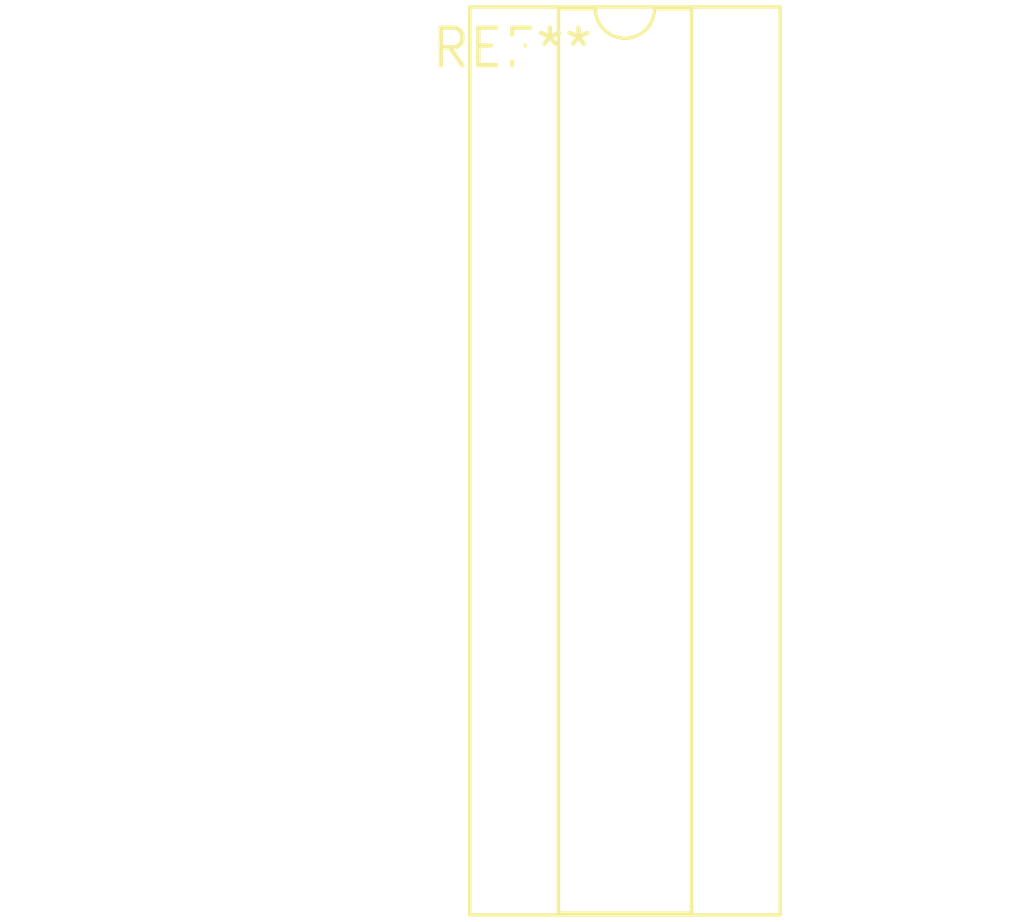
<source format=kicad_pcb>
(kicad_pcb (version 20240108) (generator pcbnew)
  (layers (0 "F.Cu" signal) (31 "B.Cu" signal) (34 "B.Paste" user) (35 "F.Paste" user) (36 "B.SilkS" user "B.Silkscreen") (37 "F.SilkS" user "F.Silkscreen") (38 "B.Mask" user) (39 "F.Mask" user) (44 "Edge.Cuts" user))
  (net 0 "")
  (footprint "DIP-24_W7.62mm_Socket_LongPads" (layer "F.Cu") (at 0 0)
    (property "Reference" "REF**")
    (property "Value" "DIP-24_W7.62mm_Socket_LongPads")
    (fp_line (start -1.44 -1.39) (end -1.44 29.33) (layer "F.SilkS") (stroke (width 0.12)))
    (fp_line (start -1.44 29.33) (end 9.06 29.33) (layer "F.SilkS") (stroke (width 0.12)))
    (fp_line (start 1.56 -1.33) (end 1.56 29.27) (layer "F.SilkS") (stroke (width 0.12)))
    (fp_line (start 1.56 29.27) (end 6.06 29.27) (layer "F.SilkS") (stroke (width 0.12)))
    (fp_line (start 2.81 -1.33) (end 1.56 -1.33) (layer "F.SilkS") (stroke (width 0.12)))
    (fp_line (start 6.06 -1.33) (end 4.81 -1.33) (layer "F.SilkS") (stroke (width 0.12)))
    (fp_line (start 6.06 29.27) (end 6.06 -1.33) (layer "F.SilkS") (stroke (width 0.12)))
    (fp_line (start 9.06 -1.39) (end -1.44 -1.39) (layer "F.SilkS") (stroke (width 0.12)))
    (fp_line (start 9.06 29.33) (end 9.06 -1.39) (layer "F.SilkS") (stroke (width 0.12)))
    (fp_arc (start 4.81 -1.33) (mid 3.81 -0.33) (end 2.81 -1.33) (layer "F.SilkS") (stroke (width 0.12)))
    (pad "1" thru_hole rect (at 0 0) (size 2.4 1.6) (drill 0.8) (layers *.Cu *.Mask) (remove_unused_layers))
    (pad "2" thru_hole oval (at 0 2.54) (size 2.4 1.6) (drill 0.8) (layers *.Cu *.Mask) (remove_unused_layers))
    (pad "3" thru_hole oval (at 0 5.08) (size 2.4 1.6) (drill 0.8) (layers *.Cu *.Mask) (remove_unused_layers))
    (pad "4" thru_hole oval (at 0 7.62) (size 2.4 1.6) (drill 0.8) (layers *.Cu *.Mask) (remove_unused_layers))
    (pad "5" thru_hole oval (at 0 10.16) (size 2.4 1.6) (drill 0.8) (layers *.Cu *.Mask) (remove_unused_layers))
    (pad "6" thru_hole oval (at 0 12.7) (size 2.4 1.6) (drill 0.8) (layers *.Cu *.Mask) (remove_unused_layers))
    (pad "7" thru_hole oval (at 0 15.24) (size 2.4 1.6) (drill 0.8) (layers *.Cu *.Mask) (remove_unused_layers))
    (pad "8" thru_hole oval (at 0 17.78) (size 2.4 1.6) (drill 0.8) (layers *.Cu *.Mask) (remove_unused_layers))
    (pad "9" thru_hole oval (at 0 20.32) (size 2.4 1.6) (drill 0.8) (layers *.Cu *.Mask) (remove_unused_layers))
    (pad "10" thru_hole oval (at 0 22.86) (size 2.4 1.6) (drill 0.8) (layers *.Cu *.Mask) (remove_unused_layers))
    (pad "11" thru_hole oval (at 0 25.4) (size 2.4 1.6) (drill 0.8) (layers *.Cu *.Mask) (remove_unused_layers))
    (pad "12" thru_hole oval (at 0 27.94) (size 2.4 1.6) (drill 0.8) (layers *.Cu *.Mask) (remove_unused_layers))
    (pad "13" thru_hole oval (at 7.62 27.94) (size 2.4 1.6) (drill 0.8) (layers *.Cu *.Mask) (remove_unused_layers))
    (pad "14" thru_hole oval (at 7.62 25.4) (size 2.4 1.6) (drill 0.8) (layers *.Cu *.Mask) (remove_unused_layers))
    (pad "15" thru_hole oval (at 7.62 22.86) (size 2.4 1.6) (drill 0.8) (layers *.Cu *.Mask) (remove_unused_layers))
    (pad "16" thru_hole oval (at 7.62 20.32) (size 2.4 1.6) (drill 0.8) (layers *.Cu *.Mask) (remove_unused_layers))
    (pad "17" thru_hole oval (at 7.62 17.78) (size 2.4 1.6) (drill 0.8) (layers *.Cu *.Mask) (remove_unused_layers))
    (pad "18" thru_hole oval (at 7.62 15.24) (size 2.4 1.6) (drill 0.8) (layers *.Cu *.Mask) (remove_unused_layers))
    (pad "19" thru_hole oval (at 7.62 12.7) (size 2.4 1.6) (drill 0.8) (layers *.Cu *.Mask) (remove_unused_layers))
    (pad "20" thru_hole oval (at 7.62 10.16) (size 2.4 1.6) (drill 0.8) (layers *.Cu *.Mask) (remove_unused_layers))
    (pad "21" thru_hole oval (at 7.62 7.62) (size 2.4 1.6) (drill 0.8) (layers *.Cu *.Mask) (remove_unused_layers))
    (pad "22" thru_hole oval (at 7.62 5.08) (size 2.4 1.6) (drill 0.8) (layers *.Cu *.Mask) (remove_unused_layers))
    (pad "23" thru_hole oval (at 7.62 2.54) (size 2.4 1.6) (drill 0.8) (layers *.Cu *.Mask) (remove_unused_layers))
    (pad "24" thru_hole oval (at 7.62 0) (size 2.4 1.6) (drill 0.8) (layers *.Cu *.Mask) (remove_unused_layers))
  )
)
</source>
